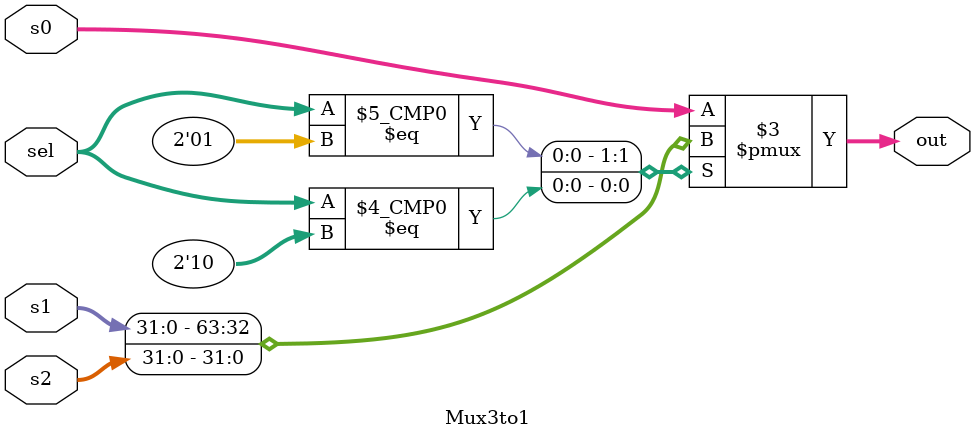
<source format=v>
module Mux3to1 #(
    parameter size = 32
) 
(
    input [1:0]sel,
    input signed [size-1:0] s0,
    input signed [size-1:0] s1,
    input signed [size-1:0] s2,
    output reg signed [size-1:0] out
);
    // TODO: implement your 3to1 multiplexer here
    always@(*) begin
    	case(sel)
    	    2'b00: out = s0;
    	    2'b01: out = s1;
    	    2'b10: out = s2;
    	    default: out = s0;
    	endcase
    end
    
endmodule


</source>
